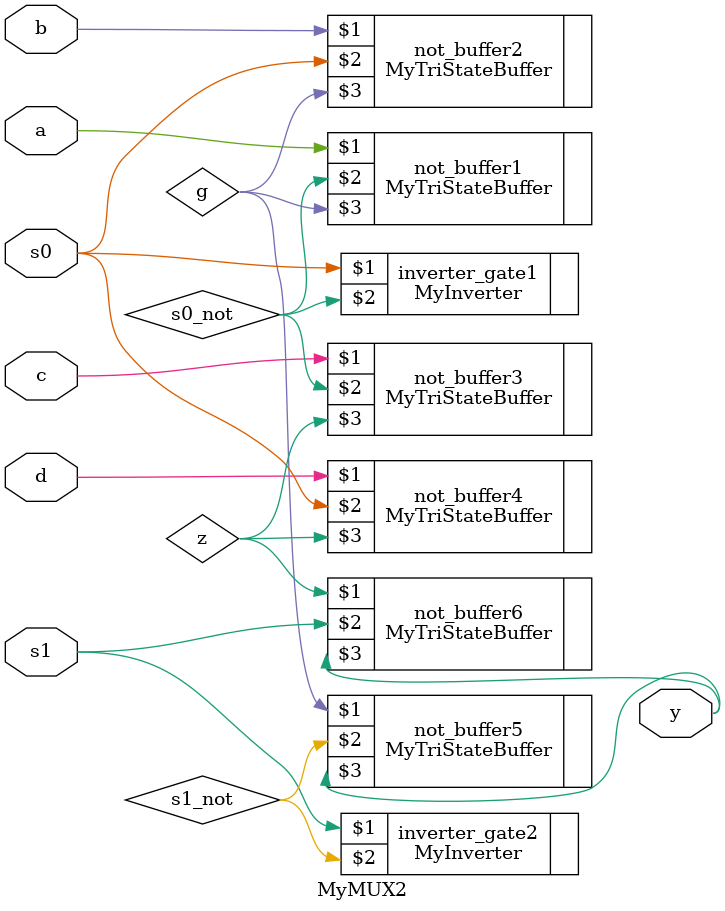
<source format=v>
`timescale 1ns/1ns
module MyMUX2(
	input s0,s1, // The selectors
	a,b,c,d,      // Data Inputs
	output y
);
	wire s0_not,s1_not,g,z;
	MyInverter inverter_gate1(s0,s0_not);
	MyInverter inverter_gate2(s1,s1_not);

	MyTriStateBuffer not_buffer1(a,s0_not,g);
	MyTriStateBuffer not_buffer2(b,s0,g);
	MyTriStateBuffer not_buffer3(c,s0_not,z);
	MyTriStateBuffer not_buffer4(d,s0,z);

	MyTriStateBuffer not_buffer5(g,s1_not,y);
	MyTriStateBuffer not_buffer6(z,s1,y);
endmodule
</source>
